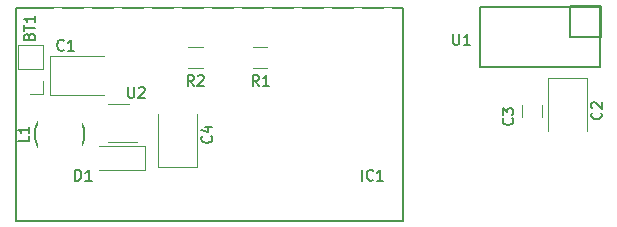
<source format=gto>
G04 #@! TF.GenerationSoftware,KiCad,Pcbnew,(2017-11-08 revision cd21218)-HEAD*
G04 #@! TF.CreationDate,2018-02-23T18:24:02+02:00*
G04 #@! TF.ProjectId,pro_mini,70726F5F6D696E692E6B696361645F70,rev?*
G04 #@! TF.SameCoordinates,Original*
G04 #@! TF.FileFunction,Legend,Top*
G04 #@! TF.FilePolarity,Positive*
%FSLAX46Y46*%
G04 Gerber Fmt 4.6, Leading zero omitted, Abs format (unit mm)*
G04 Created by KiCad (PCBNEW (2017-11-08 revision cd21218)-HEAD) date Fri Feb 23 18:24:02 2018*
%MOMM*%
%LPD*%
G01*
G04 APERTURE LIST*
%ADD10C,0.150000*%
%ADD11C,0.120000*%
%ADD12C,3.600000*%
%ADD13C,2.100000*%
%ADD14O,1.900000X2.400000*%
%ADD15O,1.901140X2.599640*%
%ADD16R,2.350000X2.900000*%
%ADD17R,2.900000X2.350000*%
%ADD18R,1.650000X1.900000*%
%ADD19R,1.300000X1.600000*%
%ADD20R,3.800000X2.000000*%
%ADD21R,1.900000X1.700000*%
%ADD22R,1.960000X1.050000*%
%ADD23R,1.750000X1.750000*%
%ADD24O,1.750000X1.750000*%
G04 APERTURE END LIST*
D10*
X157206000Y-90127000D02*
X159873000Y-90127000D01*
X159873000Y-90127000D02*
X159873000Y-92794000D01*
X152126000Y-90254000D02*
X149586000Y-90254000D01*
X149586000Y-90254000D02*
X149586000Y-92794000D01*
X157206000Y-90254000D02*
X157206000Y-92794000D01*
X157206000Y-92794000D02*
X159746000Y-92794000D01*
X152126000Y-90254000D02*
X159746000Y-90254000D01*
X159746000Y-90254000D02*
X159746000Y-95334000D01*
X159746000Y-95334000D02*
X149586000Y-95334000D01*
X149586000Y-95334000D02*
X149586000Y-92794000D01*
X143041001Y-108309001D02*
X143041001Y-90275001D01*
X110275001Y-90275001D02*
X110275001Y-108309001D01*
X143041001Y-108309001D02*
X110275001Y-108309001D01*
X110275001Y-90275001D02*
X143041001Y-90275001D01*
D11*
X113200000Y-94350000D02*
X113200000Y-97650000D01*
X113200000Y-97650000D02*
X117750000Y-97650000D01*
X113200000Y-94350000D02*
X117750000Y-94350000D01*
X158650000Y-96200000D02*
X158650000Y-100750000D01*
X155350000Y-96200000D02*
X155350000Y-100750000D01*
X158650000Y-96200000D02*
X155350000Y-96200000D01*
X154850000Y-99500000D02*
X154850000Y-98500000D01*
X153150000Y-98500000D02*
X153150000Y-99500000D01*
X122350000Y-103800000D02*
X122350000Y-99250000D01*
X125650000Y-103800000D02*
X125650000Y-99250000D01*
X122350000Y-103800000D02*
X125650000Y-103800000D01*
X121250000Y-104000000D02*
X121250000Y-102000000D01*
X121250000Y-102000000D02*
X117350000Y-102000000D01*
X121250000Y-104000000D02*
X117350000Y-104000000D01*
D10*
X115800000Y-102100000D02*
G75*
G03X115800000Y-99900000I-1800000J1100000D01*
G01*
X112200000Y-99900000D02*
G75*
G03X112200000Y-102100000I1800000J-1100000D01*
G01*
D11*
X131600000Y-95380000D02*
X130400000Y-95380000D01*
X130400000Y-93620000D02*
X131600000Y-93620000D01*
X126100000Y-95380000D02*
X124900000Y-95380000D01*
X124900000Y-93620000D02*
X126100000Y-93620000D01*
X119900000Y-98390000D02*
X118100000Y-98390000D01*
X118100000Y-101610000D02*
X120550000Y-101610000D01*
X112560000Y-93440000D02*
X110440000Y-93440000D01*
X112560000Y-95500000D02*
X112560000Y-93440000D01*
X110440000Y-95500000D02*
X110440000Y-93440000D01*
X112560000Y-95500000D02*
X110440000Y-95500000D01*
X112560000Y-96500000D02*
X112560000Y-97560000D01*
X112560000Y-97560000D02*
X111500000Y-97560000D01*
D10*
X147314285Y-92507142D02*
X147314285Y-93235714D01*
X147357142Y-93321428D01*
X147400000Y-93364285D01*
X147485714Y-93407142D01*
X147657142Y-93407142D01*
X147742857Y-93364285D01*
X147785714Y-93321428D01*
X147828571Y-93235714D01*
X147828571Y-92507142D01*
X148728571Y-93407142D02*
X148214285Y-93407142D01*
X148471428Y-93407142D02*
X148471428Y-92507142D01*
X148385714Y-92635714D01*
X148300000Y-92721428D01*
X148214285Y-92764285D01*
X139621428Y-104907142D02*
X139621428Y-104007142D01*
X140564285Y-104821428D02*
X140521428Y-104864285D01*
X140392857Y-104907142D01*
X140307142Y-104907142D01*
X140178571Y-104864285D01*
X140092857Y-104778571D01*
X140050000Y-104692857D01*
X140007142Y-104521428D01*
X140007142Y-104392857D01*
X140050000Y-104221428D01*
X140092857Y-104135714D01*
X140178571Y-104050000D01*
X140307142Y-104007142D01*
X140392857Y-104007142D01*
X140521428Y-104050000D01*
X140564285Y-104092857D01*
X141421428Y-104907142D02*
X140907142Y-104907142D01*
X141164285Y-104907142D02*
X141164285Y-104007142D01*
X141078571Y-104135714D01*
X140992857Y-104221428D01*
X140907142Y-104264285D01*
X114350000Y-93821428D02*
X114307142Y-93864285D01*
X114178571Y-93907142D01*
X114092857Y-93907142D01*
X113964285Y-93864285D01*
X113878571Y-93778571D01*
X113835714Y-93692857D01*
X113792857Y-93521428D01*
X113792857Y-93392857D01*
X113835714Y-93221428D01*
X113878571Y-93135714D01*
X113964285Y-93050000D01*
X114092857Y-93007142D01*
X114178571Y-93007142D01*
X114307142Y-93050000D01*
X114350000Y-93092857D01*
X115207142Y-93907142D02*
X114692857Y-93907142D01*
X114950000Y-93907142D02*
X114950000Y-93007142D01*
X114864285Y-93135714D01*
X114778571Y-93221428D01*
X114692857Y-93264285D01*
X159821428Y-99150000D02*
X159864285Y-99192857D01*
X159907142Y-99321428D01*
X159907142Y-99407142D01*
X159864285Y-99535714D01*
X159778571Y-99621428D01*
X159692857Y-99664285D01*
X159521428Y-99707142D01*
X159392857Y-99707142D01*
X159221428Y-99664285D01*
X159135714Y-99621428D01*
X159050000Y-99535714D01*
X159007142Y-99407142D01*
X159007142Y-99321428D01*
X159050000Y-99192857D01*
X159092857Y-99150000D01*
X159092857Y-98807142D02*
X159050000Y-98764285D01*
X159007142Y-98678571D01*
X159007142Y-98464285D01*
X159050000Y-98378571D01*
X159092857Y-98335714D01*
X159178571Y-98292857D01*
X159264285Y-98292857D01*
X159392857Y-98335714D01*
X159907142Y-98850000D01*
X159907142Y-98292857D01*
X152321428Y-99650000D02*
X152364285Y-99692857D01*
X152407142Y-99821428D01*
X152407142Y-99907142D01*
X152364285Y-100035714D01*
X152278571Y-100121428D01*
X152192857Y-100164285D01*
X152021428Y-100207142D01*
X151892857Y-100207142D01*
X151721428Y-100164285D01*
X151635714Y-100121428D01*
X151550000Y-100035714D01*
X151507142Y-99907142D01*
X151507142Y-99821428D01*
X151550000Y-99692857D01*
X151592857Y-99650000D01*
X151507142Y-99350000D02*
X151507142Y-98792857D01*
X151850000Y-99092857D01*
X151850000Y-98964285D01*
X151892857Y-98878571D01*
X151935714Y-98835714D01*
X152021428Y-98792857D01*
X152235714Y-98792857D01*
X152321428Y-98835714D01*
X152364285Y-98878571D01*
X152407142Y-98964285D01*
X152407142Y-99221428D01*
X152364285Y-99307142D01*
X152321428Y-99350000D01*
X126821428Y-101150000D02*
X126864285Y-101192857D01*
X126907142Y-101321428D01*
X126907142Y-101407142D01*
X126864285Y-101535714D01*
X126778571Y-101621428D01*
X126692857Y-101664285D01*
X126521428Y-101707142D01*
X126392857Y-101707142D01*
X126221428Y-101664285D01*
X126135714Y-101621428D01*
X126050000Y-101535714D01*
X126007142Y-101407142D01*
X126007142Y-101321428D01*
X126050000Y-101192857D01*
X126092857Y-101150000D01*
X126307142Y-100378571D02*
X126907142Y-100378571D01*
X125964285Y-100592857D02*
X126607142Y-100807142D01*
X126607142Y-100250000D01*
X115335714Y-104907142D02*
X115335714Y-104007142D01*
X115550000Y-104007142D01*
X115678571Y-104050000D01*
X115764285Y-104135714D01*
X115807142Y-104221428D01*
X115850000Y-104392857D01*
X115850000Y-104521428D01*
X115807142Y-104692857D01*
X115764285Y-104778571D01*
X115678571Y-104864285D01*
X115550000Y-104907142D01*
X115335714Y-104907142D01*
X116707142Y-104907142D02*
X116192857Y-104907142D01*
X116450000Y-104907142D02*
X116450000Y-104007142D01*
X116364285Y-104135714D01*
X116278571Y-104221428D01*
X116192857Y-104264285D01*
X111407142Y-101150000D02*
X111407142Y-101578571D01*
X110507142Y-101578571D01*
X111407142Y-100378571D02*
X111407142Y-100892857D01*
X111407142Y-100635714D02*
X110507142Y-100635714D01*
X110635714Y-100721428D01*
X110721428Y-100807142D01*
X110764285Y-100892857D01*
X130850000Y-96907142D02*
X130550000Y-96478571D01*
X130335714Y-96907142D02*
X130335714Y-96007142D01*
X130678571Y-96007142D01*
X130764285Y-96050000D01*
X130807142Y-96092857D01*
X130850000Y-96178571D01*
X130850000Y-96307142D01*
X130807142Y-96392857D01*
X130764285Y-96435714D01*
X130678571Y-96478571D01*
X130335714Y-96478571D01*
X131707142Y-96907142D02*
X131192857Y-96907142D01*
X131450000Y-96907142D02*
X131450000Y-96007142D01*
X131364285Y-96135714D01*
X131278571Y-96221428D01*
X131192857Y-96264285D01*
X125350000Y-96907142D02*
X125050000Y-96478571D01*
X124835714Y-96907142D02*
X124835714Y-96007142D01*
X125178571Y-96007142D01*
X125264285Y-96050000D01*
X125307142Y-96092857D01*
X125350000Y-96178571D01*
X125350000Y-96307142D01*
X125307142Y-96392857D01*
X125264285Y-96435714D01*
X125178571Y-96478571D01*
X124835714Y-96478571D01*
X125692857Y-96092857D02*
X125735714Y-96050000D01*
X125821428Y-96007142D01*
X126035714Y-96007142D01*
X126121428Y-96050000D01*
X126164285Y-96092857D01*
X126207142Y-96178571D01*
X126207142Y-96264285D01*
X126164285Y-96392857D01*
X125650000Y-96907142D01*
X126207142Y-96907142D01*
X119814285Y-97007142D02*
X119814285Y-97735714D01*
X119857142Y-97821428D01*
X119900000Y-97864285D01*
X119985714Y-97907142D01*
X120157142Y-97907142D01*
X120242857Y-97864285D01*
X120285714Y-97821428D01*
X120328571Y-97735714D01*
X120328571Y-97007142D01*
X120714285Y-97092857D02*
X120757142Y-97050000D01*
X120842857Y-97007142D01*
X121057142Y-97007142D01*
X121142857Y-97050000D01*
X121185714Y-97092857D01*
X121228571Y-97178571D01*
X121228571Y-97264285D01*
X121185714Y-97392857D01*
X120671428Y-97907142D01*
X121228571Y-97907142D01*
X111435714Y-92707142D02*
X111478571Y-92578571D01*
X111521428Y-92535714D01*
X111607142Y-92492857D01*
X111735714Y-92492857D01*
X111821428Y-92535714D01*
X111864285Y-92578571D01*
X111907142Y-92664285D01*
X111907142Y-93007142D01*
X111007142Y-93007142D01*
X111007142Y-92707142D01*
X111050000Y-92621428D01*
X111092857Y-92578571D01*
X111178571Y-92535714D01*
X111264285Y-92535714D01*
X111350000Y-92578571D01*
X111392857Y-92621428D01*
X111435714Y-92707142D01*
X111435714Y-93007142D01*
X111007142Y-92235714D02*
X111007142Y-91721428D01*
X111907142Y-91978571D02*
X111007142Y-91978571D01*
X111907142Y-90950000D02*
X111907142Y-91464285D01*
X111907142Y-91207142D02*
X111007142Y-91207142D01*
X111135714Y-91292857D01*
X111221428Y-91378571D01*
X111264285Y-91464285D01*
%LPC*%
D12*
X147500000Y-115500000D03*
X137000000Y-98500000D03*
D13*
X141980000Y-117620000D03*
X139440000Y-117620000D03*
X136900000Y-117620000D03*
X134360000Y-117620000D03*
X131820000Y-117620000D03*
X129280000Y-117620000D03*
X126740000Y-117620000D03*
X124200000Y-117620000D03*
X121660000Y-117620000D03*
X119120000Y-117620000D03*
X116580000Y-117620000D03*
X114040000Y-117620000D03*
X111500000Y-117620000D03*
X141980000Y-115080000D03*
X139440000Y-115080000D03*
X136900000Y-115080000D03*
X134360000Y-115080000D03*
X131820000Y-115080000D03*
X129280000Y-115080000D03*
X126740000Y-115080000D03*
X124200000Y-115080000D03*
X121660000Y-115080000D03*
X119120000Y-115080000D03*
X116580000Y-115080000D03*
X114040000Y-115080000D03*
X111500000Y-115080000D03*
X141980000Y-112540000D03*
X139440000Y-112540000D03*
X136900000Y-112540000D03*
X134360000Y-112540000D03*
X131820000Y-112540000D03*
X129280000Y-112540000D03*
X126740000Y-112540000D03*
X124200000Y-112540000D03*
X121660000Y-112540000D03*
X119120000Y-112540000D03*
X116580000Y-112540000D03*
X114040000Y-112540000D03*
X111500000Y-112540000D03*
X141980000Y-110000000D03*
X139440000Y-110000000D03*
X136900000Y-110000000D03*
X134360000Y-110000000D03*
X131820000Y-110000000D03*
X129280000Y-110000000D03*
X126740000Y-110000000D03*
X124200000Y-110000000D03*
X121660000Y-110000000D03*
X119120000Y-110000000D03*
X116580000Y-110000000D03*
X114040000Y-110000000D03*
X111500000Y-110000000D03*
D14*
X150856000Y-91524000D03*
X150856000Y-94064000D03*
X153396000Y-91524000D03*
X153396000Y-94064000D03*
X155936000Y-91524000D03*
X155936000Y-94064000D03*
X158476000Y-91524000D03*
X158476000Y-94064000D03*
D15*
X113831001Y-106785001D03*
X116371001Y-106785001D03*
X118911001Y-106785001D03*
X121451001Y-106785001D03*
X123991001Y-106785001D03*
X126531001Y-106785001D03*
X129071001Y-106785001D03*
X131611001Y-106785001D03*
X134151001Y-106785001D03*
X136691001Y-106785001D03*
X139231001Y-106785001D03*
X141771001Y-106785001D03*
X141771001Y-91545001D03*
X139231001Y-91545001D03*
X136691001Y-91545001D03*
X134151001Y-91545001D03*
X131611001Y-91545001D03*
X129071001Y-91545001D03*
X126531001Y-91545001D03*
X123991001Y-91545001D03*
X121451001Y-91545001D03*
X118911001Y-91545001D03*
X116371001Y-91545001D03*
X113831001Y-91545001D03*
D16*
X117525000Y-96000000D03*
X114475000Y-96000000D03*
D17*
X157000000Y-97475000D03*
X157000000Y-100525000D03*
D18*
X154000000Y-97750000D03*
X154000000Y-100250000D03*
D17*
X124000000Y-102525000D03*
X124000000Y-99475000D03*
D19*
X120650000Y-103000000D03*
X117350000Y-103000000D03*
D20*
X114000000Y-102200000D03*
X114000000Y-99800000D03*
D21*
X129650000Y-94500000D03*
X132350000Y-94500000D03*
X124150000Y-94500000D03*
X126850000Y-94500000D03*
D22*
X120350000Y-100950000D03*
X120350000Y-100000000D03*
X120350000Y-99050000D03*
X117650000Y-99050000D03*
X117650000Y-100950000D03*
D23*
X111500000Y-96500000D03*
D24*
X111500000Y-94500000D03*
M02*

</source>
